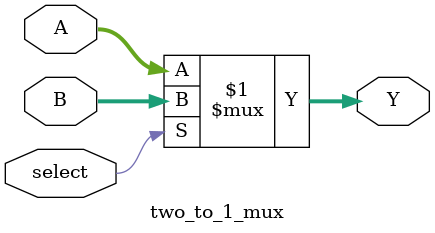
<source format=sv>
`timescale 1ns / 1ps


module two_to_1_mux #(parameter N = 32)(
    input logic [N-1:0] A, 
    input logic [N-1:0] B,
    input logic select,
    output logic [N-1:0] Y
    );
    
    assign Y = select ? B : A; 
endmodule

</source>
